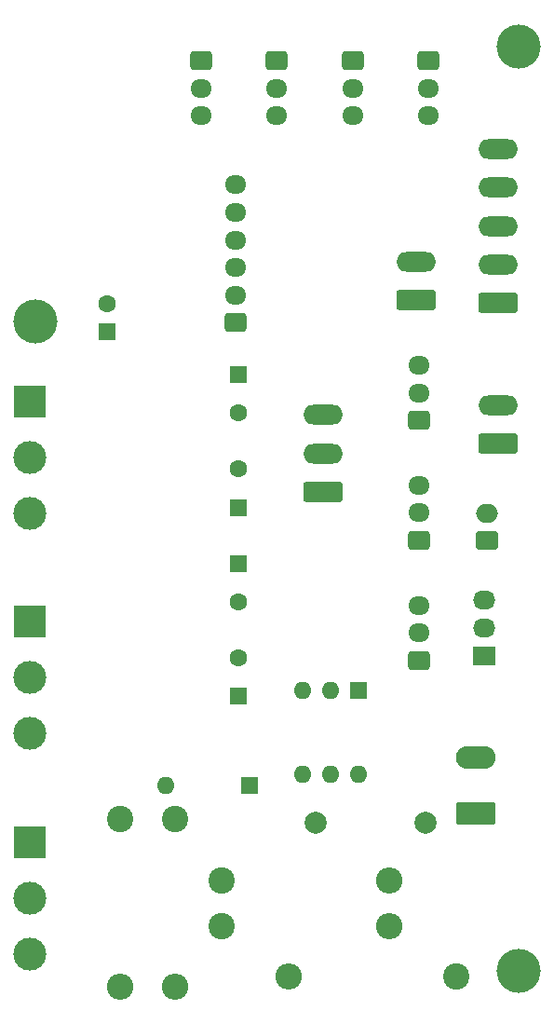
<source format=gbr>
%TF.GenerationSoftware,KiCad,Pcbnew,7.0.11-7.0.11~ubuntu22.04.1*%
%TF.CreationDate,2024-03-11T04:50:29+03:00*%
%TF.ProjectId,MSConn,4d53436f-6e6e-42e6-9b69-6361645f7063,rev?*%
%TF.SameCoordinates,PX5f5e100PY5f5e100*%
%TF.FileFunction,Soldermask,Bot*%
%TF.FilePolarity,Negative*%
%FSLAX46Y46*%
G04 Gerber Fmt 4.6, Leading zero omitted, Abs format (unit mm)*
G04 Created by KiCad (PCBNEW 7.0.11-7.0.11~ubuntu22.04.1) date 2024-03-11 04:50:29*
%MOMM*%
%LPD*%
G01*
G04 APERTURE LIST*
G04 Aperture macros list*
%AMRoundRect*
0 Rectangle with rounded corners*
0 $1 Rounding radius*
0 $2 $3 $4 $5 $6 $7 $8 $9 X,Y pos of 4 corners*
0 Add a 4 corners polygon primitive as box body*
4,1,4,$2,$3,$4,$5,$6,$7,$8,$9,$2,$3,0*
0 Add four circle primitives for the rounded corners*
1,1,$1+$1,$2,$3*
1,1,$1+$1,$4,$5*
1,1,$1+$1,$6,$7*
1,1,$1+$1,$8,$9*
0 Add four rect primitives between the rounded corners*
20,1,$1+$1,$2,$3,$4,$5,0*
20,1,$1+$1,$4,$5,$6,$7,0*
20,1,$1+$1,$6,$7,$8,$9,0*
20,1,$1+$1,$8,$9,$2,$3,0*%
G04 Aperture macros list end*
%ADD10R,3.000000X3.000000*%
%ADD11C,3.000000*%
%ADD12C,4.000000*%
%ADD13R,1.600000X1.600000*%
%ADD14C,1.600000*%
%ADD15C,2.000000*%
%ADD16RoundRect,0.250000X-0.725000X0.600000X-0.725000X-0.600000X0.725000X-0.600000X0.725000X0.600000X0*%
%ADD17O,1.950000X1.700000*%
%ADD18RoundRect,0.249999X1.550001X-0.790001X1.550001X0.790001X-1.550001X0.790001X-1.550001X-0.790001X0*%
%ADD19O,3.600000X2.080000*%
%ADD20C,2.400000*%
%ADD21O,2.400000X2.400000*%
%ADD22O,1.600000X1.600000*%
%ADD23RoundRect,0.250000X0.750000X-0.600000X0.750000X0.600000X-0.750000X0.600000X-0.750000X-0.600000X0*%
%ADD24O,2.000000X1.700000*%
%ADD25RoundRect,0.250000X1.550000X-0.650000X1.550000X0.650000X-1.550000X0.650000X-1.550000X-0.650000X0*%
%ADD26O,3.600000X1.800000*%
%ADD27R,2.030000X1.730000*%
%ADD28O,2.030000X1.730000*%
%ADD29RoundRect,0.250000X0.725000X-0.600000X0.725000X0.600000X-0.725000X0.600000X-0.725000X-0.600000X0*%
G04 APERTURE END LIST*
D10*
%TO.C,RV1*%
X2500000Y54731350D03*
D11*
X2500000Y49651350D03*
X2500000Y44571350D03*
%TD*%
D12*
%TO.C,H1*%
X47000000Y87000000D03*
%TD*%
D13*
%TO.C,C10*%
X21500000Y27947349D03*
D14*
X21500000Y31447349D03*
%TD*%
D15*
%TO.C,C11*%
X28500000Y16500000D03*
X38500000Y16500000D03*
%TD*%
D16*
%TO.C,J4*%
X38763153Y85731350D03*
D17*
X38763153Y83231350D03*
X38763153Y80731350D03*
%TD*%
D18*
%TO.C,J9*%
X43100000Y17320000D03*
D19*
X43100000Y22400000D03*
%TD*%
D16*
%TO.C,J2*%
X24963153Y85731350D03*
D17*
X24963153Y83231350D03*
X24963153Y80731350D03*
%TD*%
D12*
%TO.C,H3*%
X47000000Y3000000D03*
%TD*%
D16*
%TO.C,J3*%
X31863153Y85731350D03*
D17*
X31863153Y83231350D03*
X31863153Y80731350D03*
%TD*%
D20*
%TO.C,R27*%
X41300000Y2500000D03*
D21*
X26060000Y2500000D03*
%TD*%
D13*
%TO.C,U3*%
X32400000Y28520000D03*
D22*
X29860000Y28520000D03*
X27320000Y28520000D03*
X27320000Y20900000D03*
X29860000Y20900000D03*
X32400000Y20900000D03*
%TD*%
D13*
%TO.C,C7*%
X21500000Y40000000D03*
D14*
X21500000Y36500000D03*
%TD*%
D10*
%TO.C,RV2*%
X2500000Y34731350D03*
D11*
X2500000Y29651350D03*
X2500000Y24571350D03*
%TD*%
D13*
%TO.C,C3*%
X21500000Y57184001D03*
D14*
X21500000Y53684001D03*
%TD*%
D23*
%TO.C,J7*%
X44100000Y42100000D03*
D24*
X44100000Y44600000D03*
%TD*%
D25*
%TO.C,J6*%
X45100000Y50900000D03*
D26*
X45100000Y54400000D03*
%TD*%
D25*
%TO.C,J5*%
X45100000Y63700000D03*
D26*
X45100000Y67200000D03*
X45100000Y70700000D03*
X45100000Y74200000D03*
X45100000Y77700000D03*
%TD*%
D27*
%TO.C,J8*%
X43800000Y31600000D03*
D28*
X43800000Y34140000D03*
X43800000Y36680000D03*
%TD*%
D16*
%TO.C,J1*%
X18063153Y85731350D03*
D17*
X18063153Y83231350D03*
X18063153Y80731350D03*
%TD*%
D10*
%TO.C,RV3*%
X2500000Y14731350D03*
D11*
X2500000Y9651350D03*
X2500000Y4571350D03*
%TD*%
D12*
%TO.C,H2*%
X3000000Y62000000D03*
%TD*%
D20*
%TO.C,R25*%
X19960000Y11200000D03*
D21*
X35200000Y11200000D03*
%TD*%
D20*
%TO.C,R26*%
X19960000Y7100000D03*
D21*
X35200000Y7100000D03*
%TD*%
D13*
%TO.C,C6*%
X21500000Y45131350D03*
D14*
X21500000Y48631350D03*
%TD*%
D13*
%TO.C,C2*%
X9500000Y61117620D03*
D14*
X9500000Y63617620D03*
%TD*%
D13*
%TO.C,D6*%
X22500000Y19900000D03*
D22*
X14880000Y19900000D03*
%TD*%
D20*
%TO.C,R23*%
X10700000Y16840000D03*
D21*
X10700000Y1600000D03*
%TD*%
D20*
%TO.C,R24*%
X15700000Y16840000D03*
D21*
X15700000Y1600000D03*
%TD*%
D25*
%TO.C,J13*%
X29157500Y46517500D03*
D26*
X29157500Y50017500D03*
X29157500Y53517500D03*
%TD*%
D25*
%TO.C,J10*%
X37613153Y63931350D03*
D26*
X37613153Y67431350D03*
%TD*%
D29*
%TO.C,J15*%
X37900000Y31231350D03*
D17*
X37900000Y33731350D03*
X37900000Y36231350D03*
%TD*%
D29*
%TO.C,J12*%
X37900000Y53031350D03*
D17*
X37900000Y55531350D03*
X37900000Y58031350D03*
%TD*%
D29*
%TO.C,J14*%
X37875000Y42131350D03*
D17*
X37875000Y44631350D03*
X37875000Y47131350D03*
%TD*%
D29*
%TO.C,J11*%
X21213153Y61931350D03*
D17*
X21213153Y64431350D03*
X21213153Y66931350D03*
X21213153Y69431350D03*
X21213153Y71931350D03*
X21213153Y74431350D03*
%TD*%
M02*

</source>
